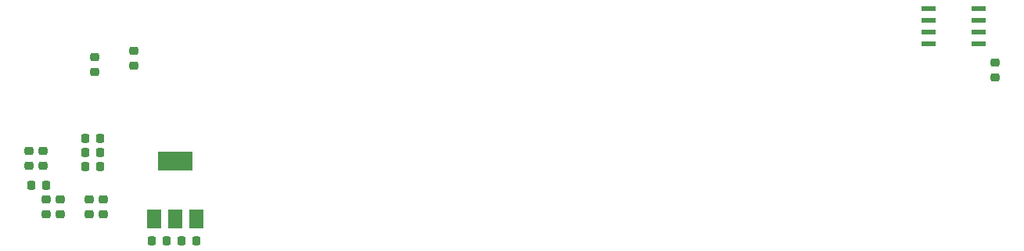
<source format=gbr>
G04 #@! TF.GenerationSoftware,KiCad,Pcbnew,7.99.0-unknown-099e5dd9e7~172~ubuntu22.04.1*
G04 #@! TF.CreationDate,2023-11-16T11:57:36+01:00*
G04 #@! TF.ProjectId,emfi,656d6669-2e6b-4696-9361-645f70636258,0.1*
G04 #@! TF.SameCoordinates,Original*
G04 #@! TF.FileFunction,Paste,Bot*
G04 #@! TF.FilePolarity,Positive*
%FSLAX46Y46*%
G04 Gerber Fmt 4.6, Leading zero omitted, Abs format (unit mm)*
G04 Created by KiCad (PCBNEW 7.99.0-unknown-099e5dd9e7~172~ubuntu22.04.1) date 2023-11-16 11:57:36*
%MOMM*%
%LPD*%
G01*
G04 APERTURE LIST*
G04 Aperture macros list*
%AMRoundRect*
0 Rectangle with rounded corners*
0 $1 Rounding radius*
0 $2 $3 $4 $5 $6 $7 $8 $9 X,Y pos of 4 corners*
0 Add a 4 corners polygon primitive as box body*
4,1,4,$2,$3,$4,$5,$6,$7,$8,$9,$2,$3,0*
0 Add four circle primitives for the rounded corners*
1,1,$1+$1,$2,$3*
1,1,$1+$1,$4,$5*
1,1,$1+$1,$6,$7*
1,1,$1+$1,$8,$9*
0 Add four rect primitives between the rounded corners*
20,1,$1+$1,$2,$3,$4,$5,0*
20,1,$1+$1,$4,$5,$6,$7,0*
20,1,$1+$1,$6,$7,$8,$9,0*
20,1,$1+$1,$8,$9,$2,$3,0*%
G04 Aperture macros list end*
%ADD10RoundRect,0.218750X-0.218750X-0.256250X0.218750X-0.256250X0.218750X0.256250X-0.218750X0.256250X0*%
%ADD11RoundRect,0.218750X0.256250X-0.218750X0.256250X0.218750X-0.256250X0.218750X-0.256250X-0.218750X0*%
%ADD12RoundRect,0.218750X-0.256250X0.218750X-0.256250X-0.218750X0.256250X-0.218750X0.256250X0.218750X0*%
%ADD13RoundRect,0.218750X0.218750X0.256250X-0.218750X0.256250X-0.218750X-0.256250X0.218750X-0.256250X0*%
%ADD14R,1.500000X2.000000*%
%ADD15R,3.800000X2.000000*%
%ADD16R,1.550000X0.600000*%
G04 APERTURE END LIST*
D10*
X76212500Y-59250000D03*
X77787500Y-59250000D03*
X72962500Y-59250000D03*
X74537500Y-59250000D03*
X65762500Y-51250000D03*
X67337500Y-51250000D03*
D11*
X61500000Y-56387500D03*
X61500000Y-54812500D03*
X63050000Y-56387500D03*
X63050000Y-54812500D03*
D12*
X66800000Y-39412500D03*
X66800000Y-40987500D03*
D13*
X67337500Y-48150000D03*
X65762500Y-48150000D03*
D11*
X67700000Y-56387500D03*
X67700000Y-54812500D03*
D13*
X67337500Y-49700000D03*
X65762500Y-49700000D03*
D12*
X61200000Y-49562500D03*
X61200000Y-51137500D03*
D11*
X66150000Y-56387500D03*
X66150000Y-54812500D03*
D12*
X59650000Y-49562500D03*
X59650000Y-51137500D03*
D13*
X61537500Y-53300000D03*
X59962500Y-53300000D03*
D11*
X164250000Y-41537500D03*
X164250000Y-39962500D03*
D14*
X77811079Y-56914277D03*
X75511079Y-56914277D03*
D15*
X75511079Y-50614277D03*
D14*
X73211079Y-56914277D03*
D16*
X157050000Y-37905000D03*
X157050000Y-36635000D03*
X157050000Y-35365000D03*
X157050000Y-34095000D03*
X162450000Y-34095000D03*
X162450000Y-35365000D03*
X162450000Y-36635000D03*
X162450000Y-37905000D03*
D12*
X71000000Y-38712500D03*
X71000000Y-40287500D03*
M02*

</source>
